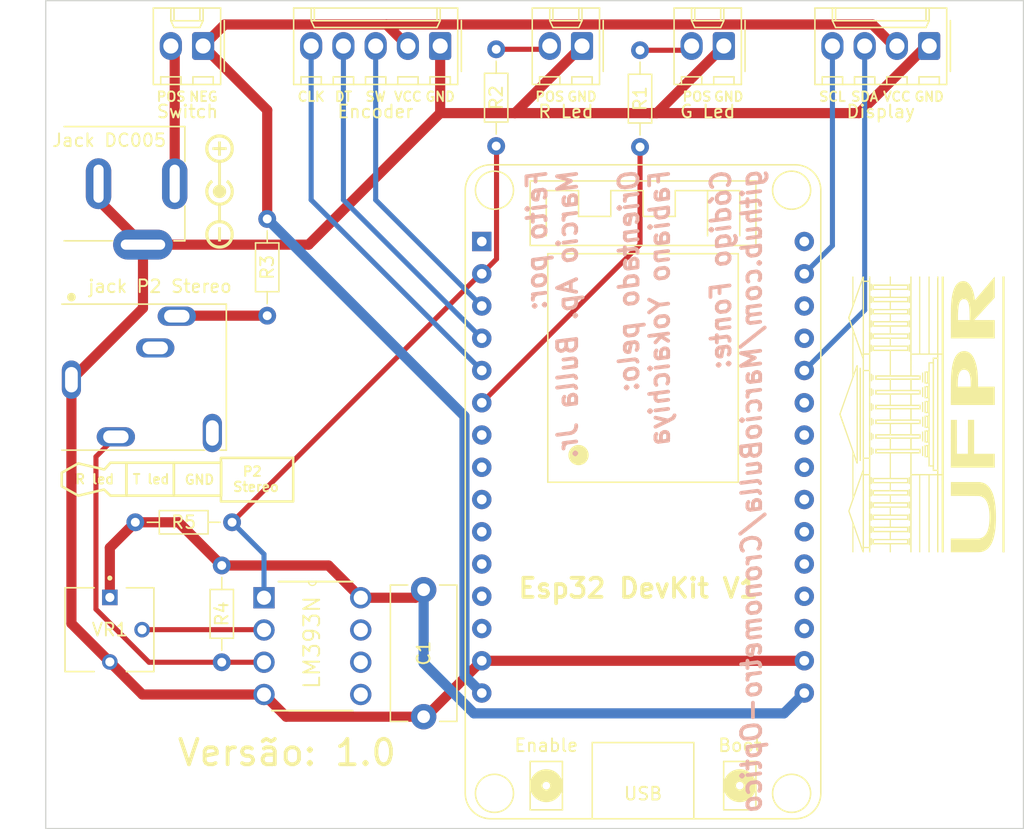
<source format=kicad_pcb>
(kicad_pcb (version 20211014) (generator pcbnew)
  (layers (0 "F.Cu" signal) (31 "B.Cu" signal) (34 "B.Paste" user) (35 "F.Paste" user) (36 "B.SilkS" user "B.Silkscreen") (37 "F.SilkS" user "F.Silkscreen") (38 "B.Mask" user) (39 "F.Mask" user) (44 "Edge.Cuts" user))
  (net 0 "")
  (net 1 "Net-(C1-Pad1)")
  (net 2 "GND")
  (net 3 "/SDA")
  (net 4 "/SCL")
  (net 5 "/SW")
  (net 6 "/DT")
  (net 7 "/CLK")
  (net 8 "/FUNC_LED")
  (net 9 "/PHOTODIODE")
  (net 10 "/D0")
  (net 19 "Net-(Esp32-Pad15)")
  (net 31 "Net-(LM393N_A1-Pad2)")
  (net 33 "Net-(Esp32-Pad6)")
  (net 34 "Net-(R2-Pad2)")
  (net 35 "Net-(Jack_5V1-Pad4)")
  (net 37 "Net-(R3-Pad2)")
  (footprint "MyFootprints:CUI_SJ1-3515N" (layer "F.Cu") (at 92.0228 97.8509)
    (fp_text reference "jack P2 Stereo" (at 6.9772 -7.3509) (layer "F.SilkS"))
    (fp_text value "SJ1-3515N" hide)
    (pad "1" thru_hole oval (at 0 0) (size 1.508 3.016) (drill oval 1 2) (layers *.Cu *.Mask) (net 2 "GND"))
    (pad "2" thru_hole oval (at 3.5 4.5) (size 3.016 1.508) (drill oval 2 1) (layers *.Cu *.Mask) (net 9 "/PHOTODIODE"))
    (pad "3" thru_hole oval (at 8.3 -5) (size 3.016 1.508) (drill oval 2 1) (layers *.Cu *.Mask) (net 37 "Net-(R3-Pad2)"))
    (pad "4" thru_hole oval (at 11.1 4.2) (size 1.508 3.016) (drill oval 1 2) (layers *.Cu *.Mask))
    (pad "5" thru_hole oval (at 6.6 -2.5) (size 3.016 1.508) (drill oval 2 1) (layers *.Cu *.Mask))
  )
  (footprint "MyFootprints:TRIM_3362P-1-103" (layer "F.Cu") (at 95.0482 117.5398 -90)
    (fp_text reference "VR1" (at 0 0 180) (layer "F.SilkS") (effects (font (size 1.002756 1.002756))))
    (fp_text value "3362P-1-103" hide)
    (pad "1" thru_hole rect (at -2.54 0 270) (size 1.222 1.222) (drill 0.714) (layers *.Cu *.Mask) (net 1 "Net-(C1-Pad1)"))
    (pad "2" thru_hole circle (at 0 -2.54 270) (size 1.222 1.222) (drill 0.714) (layers *.Cu *.Mask) (net 31 "Net-(LM393N_A1-Pad2)"))
    (pad "3" thru_hole circle (at 2.54 0 270) (size 1.222 1.222) (drill 0.714) (layers *.Cu *.Mask) (net 2 "GND"))
  )
  (footprint "MyFootprints:LM393N" (layer "F.Cu") (at 110.9613 119.5464)
    (fp_text reference "LM393N" (at 0 -1 90) (layer "F.SilkS") (effects (font (size 1.25 1.25))))
    (fp_text value "LM393N1" hide)
    (pad "1" thru_hole rect (at -3.7719 -4.5212) (size 1.6764 1.6764) (drill 1.1176) (layers *.Cu *.Mask) (net 10 "/D0"))
    (pad "2" thru_hole circle (at -3.7719 -1.9812) (size 1.6764 1.6764) (drill 1.1176) (layers *.Cu *.Mask) (net 31 "Net-(LM393N_A1-Pad2)"))
    (pad "3" thru_hole circle (at -3.7719 0.5588) (size 1.6764 1.6764) (drill 1.1176) (layers *.Cu *.Mask) (net 9 "/PHOTODIODE"))
    (pad "4" thru_hole circle (at -3.7719 3.0988) (size 1.6764 1.6764) (drill 1.1176) (layers *.Cu *.Mask) (net 2 "GND"))
    (pad "5" thru_hole circle (at 3.8481 3.0988) (size 1.6764 1.6764) (drill 1.1176) (layers *.Cu *.Mask))
    (pad "6" thru_hole circle (at 3.8481 0.5588) (size 1.6764 1.6764) (drill 1.1176) (layers *.Cu *.Mask))
    (pad "7" thru_hole circle (at 3.8481 -1.9812) (size 1.6764 1.6764) (drill 1.1176) (layers *.Cu *.Mask))
    (pad "8" thru_hole circle (at 3.8481 -4.5212) (size 1.6764 1.6764) (drill 1.1176) (layers *.Cu *.Mask) (net 1 "Net-(C1-Pad1)"))
  )
  (footprint "MountingHole:MountingHole_2.2mm_M2" (layer "F.Cu") (at 164 130)
    (fp_text reference "Furo Inferior2" hide)
    (fp_text value "MountingHole_2.2mm_M2" hide)
    (pad "" np_thru_hole circle (at 0 0) (size 2.2 2.2) (drill 2.2) (layers *.Cu *.Mask))
  )
  (footprint "Resistor_THT:R_Axial_DIN0204_L3.6mm_D1.6mm_P7.62mm_Horizontal" (layer "F.Cu") (at 104.6748 109.0816 180)
    (fp_text reference "R5" (at 3.81 0) (layer "F.SilkS"))
    (fp_text value "100" hide)
    (pad "1" thru_hole circle (at 0 0 180) (size 1.4 1.4) (drill 0.7) (layers *.Cu *.Mask) (net 10 "/D0"))
    (pad "2" thru_hole oval (at 7.62 0 180) (size 1.4 1.4) (drill 0.7) (layers *.Cu *.Mask) (net 1 "Net-(C1-Pad1)"))
  )
  (footprint "Connector_Molex:Molex_KK-254_AE-6410-02A_1x02_P2.54mm_Vertical" (layer "F.Cu") (at 143.404675 71.5724 180)
    (fp_text reference "G Led" (at 1.27 -5.1614 180) (layer "F.SilkS"))
    (fp_text value "Conn_01x02_Female" hide)
    (pad "1" thru_hole roundrect (at 0 0 180) (size 1.74 2.19) (drill 1.19) (layers *.Cu *.Mask) (roundrect_rratio 0.1436781609) (net 2 "GND"))
    (pad "2" thru_hole oval (at 2.54 0 180) (size 1.74 2.19) (drill 1.19) (layers *.Cu *.Mask) (net 8 "/FUNC_LED"))
  )
  (footprint "Connector_Molex:Molex_KK-254_AE-6410-04A_1x04_P2.54mm_Vertical" (layer "F.Cu") (at 159.5753 71.5724 180)
    (fp_text reference "Display" (at 3.81 -5.1614 180) (layer "F.SilkS"))
    (fp_text value "Conn_01x04_Female" hide)
    (pad "1" thru_hole roundrect (at 0 0 180) (size 1.74 2.19) (drill 1.19) (layers *.Cu *.Mask) (roundrect_rratio 0.1436781609) (net 2 "GND"))
    (pad "2" thru_hole oval (at 2.54 0 180) (size 1.74 2.19) (drill 1.19) (layers *.Cu *.Mask) (net 19 "Net-(Esp32-Pad15)"))
    (pad "3" thru_hole oval (at 5.08 0 180) (size 1.74 2.19) (drill 1.19) (layers *.Cu *.Mask) (net 3 "/SDA"))
    (pad "4" thru_hole oval (at 7.62 0 180) (size 1.74 2.19) (drill 1.19) (layers *.Cu *.Mask) (net 4 "/SCL"))
  )
  (footprint "MyFootprints:NINIGI_DC-005" (layer "F.Cu") (at 96.4478 82.4184)
    (fp_text reference "Jack DC005" (at -1.4478 -3.4184) (layer "F.SilkS"))
    (fp_text value "DC-005" hide)
    (pad "2" thru_hole oval (at 1.21 4.8) (size 4.7 2.35) (drill oval 3.5 0.8) (layers *.Cu *.Mask) (net 2 "GND"))
    (pad "3" thru_hole oval (at -2.29 0) (size 2 4) (drill oval 0.8 3) (layers *.Cu *.Mask) (net 2 "GND"))
    (pad "4" thru_hole oval (at 3.71 0) (size 2 4) (drill oval 0.8 3) (layers *.Cu *.Mask) (net 35 "Net-(Jack_5V1-Pad4)"))
  )
  (footprint "MountingHole:MountingHole_2.2mm_M2" (layer "F.Cu") (at 164 71)
    (fp_text reference "Furo Superior" hide)
    (fp_text value "MountingHole_2.2mm_M2" hide)
    (pad "" np_thru_hole circle (at 0 0) (size 2.2 2.2) (drill 2.2) (layers *.Cu *.Mask))
  )
  (footprint "Logo:UFPR" (layer "F.Cu") (at 158.74 100.84023 90)
    (fp_text reference "UFPR" hide)
    (fp_text value "UFPR" hide)
  )
  (footprint "ESP32_DevKit_V1_DOIT:esp32_devkit_v1_doit" (layer "F.Cu") (at 137.04 86.97)
    (fp_text reference "Esp32 DevKit V1" (at -0.381 27.305) (layer "F.SilkS") (effects (font (size 1.5 1.5) (thickness 0.3))))
    (fp_text value "ESP32_DevKit_V1_DOIT" hide)
    (fp_text user "USB" (at 0 43.49) (layer "F.SilkS"))
    (fp_text user "Enable" (at -7.62 39.68) (layer "F.SilkS"))
    (fp_text user "Boot" (at 7.62 39.68) (layer "F.SilkS"))
    (pad "1" thru_hole rect locked (at -12.7 0) (size 1.524 1.524) (drill 0.762) (layers *.Cu *.Mask))
    (pad "2" thru_hole circle locked (at -12.7 2.54) (size 1.524 1.524) (drill 0.762) (layers *.Cu *.Mask) (net 10 "/D0"))
    (pad "3" thru_hole circle locked (at -12.7 5.08) (size 1.524 1.524) (drill 0.762) (layers *.Cu *.Mask) (net 5 "/SW"))
    (pad "4" thru_hole circle locked (at -12.7 7.62) (size 1.524 1.524) (drill 0.762) (layers *.Cu *.Mask) (net 6 "/DT"))
    (pad "5" thru_hole circle locked (at -12.7 10.16) (size 1.524 1.524) (drill 0.762) (layers *.Cu *.Mask) (net 7 "/CLK"))
    (pad "6" thru_hole circle locked (at -12.7 12.7) (size 1.524 1.524) (drill 0.762) (layers *.Cu *.Mask) (net 33 "Net-(Esp32-Pad6)"))
    (pad "7" thru_hole circle locked (at -12.7 15.24) (size 1.524 1.524) (drill 0.762) (layers *.Cu *.Mask))
    (pad "8" thru_hole circle locked (at -12.7 17.78) (size 1.524 1.524) (drill 0.762) (layers *.Cu *.Mask))
    (pad "9" thru_hole circle locked (at -12.7 20.32) (size 1.524 1.524) (drill 0.762) (layers *.Cu *.Mask))
    (pad "10" thru_hole circle locked (at -12.7 22.86) (size 1.524 1.524) (drill 0.762) (layers *.Cu *.Mask))
    (pad "11" thru_hole circle locked (at -12.7 25.4) (size 1.524 1.524) (drill 0.762) (layers *.Cu *.Mask))
    (pad "12" thru_hole circle locked (at -12.7 27.94) (size 1.524 1.524) (drill 0.762) (layers *.Cu *.Mask))
    (pad "13" thru_hole circle locked (at -12.7 30.48) (size 1.524 1.524) (drill 0.762) (layers *.Cu *.Mask))
    (pad "14" thru_hole circle locked (at -12.7 33.02) (size 1.524 1.524) (drill 0.762) (layers *.Cu *.Mask) (net 2 "GND"))
    (pad "15" thru_hole circle locked (at -12.7 35.56) (size 1.524 1.524) (drill 0.762) (layers *.Cu *.Mask) (net 19 "Net-(Esp32-Pad15)"))
    (pad "16" thru_hole circle locked (at 12.7 35.56) (size 1.524 1.524) (drill 0.762) (layers *.Cu *.Mask) (net 1 "Net-(C1-Pad1)"))
    (pad "17" thru_hole circle locked (at 12.7 33.02) (size 1.524 1.524) (drill 0.762) (layers *.Cu *.Mask) (net 2 "GND"))
    (pad "18" thru_hole circle locked (at 12.7 30.48) (size 1.524 1.524) (drill 0.762) (layers *.Cu *.Mask))
    (pad "19" thru_hole circle locked (at 12.7 27.94) (size 1.524 1.524) (drill 0.762) (layers *.Cu *.Mask))
    (pad "20" thru_hole circle locked (at 12.7 25.4) (size 1.524 1.524) (drill 0.762) (layers *.Cu *.Mask))
    (pad "21" thru_hole circle locked (at 12.7 22.86) (size 1.524 1.524) (drill 0.762) (layers *.Cu *.Mask))
    (pad "22" thru_hole circle locked (at 12.7 20.32) (size 1.524 1.524) (drill 0.762) (layers *.Cu *.Mask))
    (pad "23" thru_hole circle locked (at 12.7 17.78) (size 1.524 1.524) (drill 0.762) (layers *.Cu *.Mask))
    (pad "24" thru_hole circle locked (at 12.7 15.24) (size 1.524 1.524) (drill 0.762) (layers *.Cu *.Mask))
    (pad "25" thru_hole circle locked (at 12.7 12.7) (size 1.524 1.524) (drill 0.762) (layers *.Cu *.Mask))
    (pad "26" thru_hole circle locked (at 12.7 10.16) (size 1.524 1.524) (drill 0.762) (layers *.Cu *.Mask) (net 3 "/SDA"))
    (pad "27" thru_hole circle locked (at 12.7 7.62) (size 1.524 1.524) (drill 0.762) (layers *.Cu *.Mask))
    (pad "28" thru_hole circle locked (at 12.7 5.08) (size 1.524 1.524) (drill 0.762) (layers *.Cu *.Mask))
    (pad "29" thru_hole circle locked (at 12.7 2.54) (size 1.524 1.524) (drill 0.762) (layers *.Cu *.Mask) (net 4 "/SCL"))
    (pad "30" thru_hole circle locked (at 12.7 0) (size 1.524 1.524) (drill 0.762) (layers *.Cu *.Mask))
  )
  (footprint "Resistor_THT:R_Axial_DIN0204_L3.6mm_D1.6mm_P7.62mm_Horizontal" (layer "F.Cu") (at 103.862 112.4852 -90)
    (fp_text reference "R4" (at 3.81 0 90) (layer "F.SilkS"))
    (fp_text value "10k" hide)
    (pad "1" thru_hole circle (at 0 0 270) (size 1.4 1.4) (drill 0.7) (layers *.Cu *.Mask) (net 1 "Net-(C1-Pad1)"))
    (pad "2" thru_hole oval (at 7.62 0 270) (size 1.4 1.4) (drill 0.7) (layers *.Cu *.Mask) (net 9 "/PHOTODIODE"))
  )
  (footprint "MountingHole:MountingHole_2.2mm_M2" (layer "F.Cu") (at 93 71)
    (fp_text reference "Furo Central" hide)
    (fp_text value "MountingHole_2.2mm_M2" hide)
    (pad "" np_thru_hole circle (at 0 0) (size 2.2 2.2) (drill 2.2) (layers *.Cu *.Mask))
  )
  (footprint "Resistor_THT:R_Axial_DIN0204_L3.6mm_D1.6mm_P7.62mm_Horizontal" (layer "F.Cu") (at 107.442 85.1916 -90)
    (fp_text reference "R3" (at 3.81 0 90) (layer "F.SilkS"))
    (fp_text value "100" hide)
    (pad "1" thru_hole circle (at 0 0 270) (size 1.4 1.4) (drill 0.7) (layers *.Cu *.Mask) (net 19 "Net-(Esp32-Pad15)"))
    (pad "2" thru_hole oval (at 7.62 0 270) (size 1.4 1.4) (drill 0.7) (layers *.Cu *.Mask) (net 37 "Net-(R3-Pad2)"))
  )
  (footprint "Connector_Molex:Molex_KK-254_AE-6410-02A_1x02_P2.54mm_Vertical" (layer "F.Cu") (at 132.23405 71.5724 180)
    (fp_text reference "R Led" (at 1.27 -5.1614 180) (layer "F.SilkS"))
    (fp_text value "Conn_01x02_Female" hide)
    (pad "1" thru_hole roundrect (at 0 0 180) (size 1.74 2.19) (drill 1.19) (layers *.Cu *.Mask) (roundrect_rratio 0.1436781609) (net 2 "GND"))
    (pad "2" thru_hole oval (at 2.54 0 180) (size 1.74 2.19) (drill 1.19) (layers *.Cu *.Mask) (net 34 "Net-(R2-Pad2)"))
  )
  (footprint "Connector_Molex:Molex_KK-254_AE-6410-05A_1x05_P2.54mm_Vertical" (layer "F.Cu") (at 121.063425 71.5724 180)
    (fp_text reference "Encoder" (at 5.100782 -5.1614 180) (layer "F.SilkS"))
    (fp_text value "Conn_01x05_Female" hide)
    (pad "1" thru_hole roundrect (at 0 0 180) (size 1.74 2.19) (drill 1.19) (layers *.Cu *.Mask) (roundrect_rratio 0.1436781609) (net 2 "GND"))
    (pad "2" thru_hole oval (at 2.54 0 180) (size 1.74 2.19) (drill 1.19) (layers *.Cu *.Mask) (net 19 "Net-(Esp32-Pad15)"))
    (pad "3" thru_hole oval (at 5.08 0 180) (size 1.74 2.19) (drill 1.19) (layers *.Cu *.Mask) (net 5 "/SW"))
    (pad "4" thru_hole oval (at 7.62 0 180) (size 1.74 2.19) (drill 1.19) (layers *.Cu *.Mask) (net 6 "/DT"))
    (pad "5" thru_hole oval (at 10.16 0 180) (size 1.74 2.19) (drill 1.19) (layers *.Cu *.Mask) (net 7 "/CLK"))
  )
  (footprint "Capacitor_THT:C_Disc_D10.5mm_W5.0mm_P10.00mm" (layer "F.Cu") (at 119.7624 114.394 -90)
    (fp_text reference "C1" (at 5 0 -90) (layer "F.SilkS"))
    (fp_text value "104k" hide)
    (pad "1" thru_hole circle (at 0 0 270) (size 2 2) (drill 1) (layers *.Cu *.Mask) (net 1 "Net-(C1-Pad1)"))
    (pad "2" thru_hole circle (at 10 0 270) (size 2 2) (drill 1) (layers *.Cu *.Mask) (net 2 "GND"))
  )
  (footprint "Resistor_THT:R_Axial_DIN0204_L3.6mm_D1.6mm_P7.62mm_Horizontal" (layer "F.Cu") (at 125.476 79.4512 90)
    (fp_text reference "R2" (at 3.81 0 90) (layer "F.SilkS"))
    (fp_text value "100" hide)
    (pad "1" thru_hole circle (at 0 0 90) (size 1.4 1.4) (drill 0.7) (layers *.Cu *.Mask) (net 10 "/D0"))
    (pad "2" thru_hole oval (at 7.62 0 90) (size 1.4 1.4) (drill 0.7) (layers *.Cu *.Mask) (net 34 "Net-(R2-Pad2)"))
  )
  (footprint "Resistor_THT:R_Axial_DIN0204_L3.6mm_D1.6mm_P7.62mm_Horizontal" (layer "F.Cu") (at 136.8044 79.5274 90)
    (fp_text reference "R1" (at 3.81 0 90) (layer "F.SilkS"))
    (fp_text value "100" hide)
    (pad "1" thru_hole circle (at 0 0 90) (size 1.4 1.4) (drill 0.7) (layers *.Cu *.Mask) (net 33 "Net-(Esp32-Pad6)"))
    (pad "2" thru_hole oval (at 7.62 0 90) (size 1.4 1.4) (drill 0.7) (layers *.Cu *.Mask) (net 8 "/FUNC_LED"))
  )
  (footprint "simbolos:Polarity_Center_Positive_9mm_SilkScreen" (layer "F.Cu") (at 103.6828 83.0326 90)
    (fp_text reference "polarity" hide)
    (fp_text value "Symbol" hide)
  )
  (footprint "MountingHole:MountingHole_2.2mm_M2" (layer "F.Cu") (at 94 130)
    (fp_text reference "Furo Inferior1" hide)
    (fp_text value "MountingHole_2.2mm_M2" hide)
    (pad "" np_thru_hole circle (at 0 0) (size 2.2 2.2) (drill 2.2) (layers *.Cu *.Mask))
  )
  (footprint "Connector_Molex:Molex_KK-254_AE-6410-02A_1x02_P2.54mm_Vertical" (layer "F.Cu") (at 102.3928 71.5724 180)
    (fp_text reference "Switch" (at 1.23 -5.1614 180) (layer "F.SilkS"))
    (fp_text value "Conn_01x02_Female" hide)
    (pad "1" thru_hole roundrect (at 0 0 180) (size 1.74 2.19) (drill 1.19) (layers *.Cu *.Mask) (roundrect_rratio 0.1436781609) (net 19 "Net-(Esp32-Pad15)"))
    (pad "2" thru_hole oval (at 2.54 0 180) (size 1.74 2.19) (drill 1.19) (layers *.Cu *.Mask) (net 35 "Net-(Jack_5V1-Pad4)"))
  )
  (footprint "simbolos:P2_3poles" (layer "F.Cu") (at 100.203 105.8164)
    (fp_text reference "P2 3poles" hide)
    (fp_text value "LOGO" hide)
  )
  (gr_rect (start 90 68) (end 167 133.2074) (layer "Edge.Cuts") (width 0.1) (fill none))
  (gr_text "Feito por: \nMarcio Ap. Bulla Jr.\n\nOrientado pelo:\nFabiano Yokaichiya\n\nCódigo Fonte: \ngithub.com/MarcioBulla/Cronometro-Optico\n" (at 137.1346 81.1022 90) (layer "B.SilkS") (effects (font (size 1.5 1.5) (thickness 0.3) italic) (justify left mirror)))
  (gr_text "GND" (at 159.5753 75.565) (layer "F.SilkS") (effects (font (size 0.75 0.75))))
  (gr_text "Versão: 1.0" (at 108.9914 127.2286) (layer "F.SilkS") (effects (font (size 2 2) (thickness 0.3))))
  (gr_text "P2 \nStereo" (at 106.553 105.6894) (layer "F.SilkS") (effects (font (size 0.75 0.75))))
  (gr_text "T led" (at 98.298 105.6894) (layer "F.SilkS") (effects (font (size 0.75 0.75))))
  (gr_text "POS" (at 141.286332 75.565) (layer "F.SilkS") (effects (font (size 0.75 0.75))))
  (gr_text "GND" (at 132.23405 75.565) (layer "F.SilkS") (effects (font (size 0.75 0.75))))
  (gr_text "POS" (at 129.69405 75.565) (layer "F.SilkS") (effects (font (size 0.75 0.75))))
  (gr_text "GND" (at 143.786332 75.565) (layer "F.SilkS") (effects (font (size 0.75 0.75))))
  (gr_text "DT" (at 113.443425 75.565) (layer "F.SilkS") (effects (font (size 0.75 0.75))))
  (gr_text "VCC" (at 157.0353 75.565) (layer "F.SilkS") (effects (font (size 0.75 0.75))))
  (gr_text "NEG\n" (at 102.4128 75.565) (layer "F.SilkS") (effects (font (size 0.75 0.75))))
  (gr_text "R led" (at 93.853 105.6894) (layer "F.SilkS") (effects (font (size 0.75 0.75))))
  (gr_text "VCC" (at 118.523425 75.565) (layer "F.SilkS") (effects (font (size 0.75 0.75))))
  (gr_text "GND" (at 102.108 105.7275) (layer "F.SilkS") (effects (font (size 0.75 0.75))))
  (gr_text "POS" (at 99.8728 75.565) (layer "F.SilkS") (effects (font (size 0.75 0.75))))
  (gr_text "SDA" (at 154.4953 75.565) (layer "F.SilkS") (effects (font (size 0.75 0.75))))
  (gr_text "CLK" (at 110.903425 75.565) (layer "F.SilkS") (effects (font (size 0.75 0.75))))
  (gr_text "SCL" (at 151.9553 75.565) (layer "F.SilkS") (effects (font (size 0.75 0.75))))
  (gr_text "SW\n" (at 115.983425 75.565) (layer "F.SilkS") (effects (font (size 0.75 0.75))))
  (gr_text "GND" (at 121.063425 75.565) (layer "F.SilkS") (effects (font (size 0.75 0.75))))
  (segment (start 112.2694 112.4852) (end 103.862 112.4852) (width 0.8) (layer "F.Cu") (net 1))
  (segment (start 97.0548 109.0816) (end 100.4584 109.0816) (width 0.8) (layer "F.Cu") (net 1))
  (segment (start 95.0482 114.9998) (end 95.0482 111.0882) (width 0.8) (layer "F.Cu") (net 1))
  (segment (start 95.0482 111.0882) (end 97.0548 109.0816) (width 0.8) (layer "F.Cu") (net 1))
  (segment (start 100.4584 109.0816) (end 103.862 112.4852) (width 0.8) (layer "F.Cu") (net 1))
  (segment (start 119.1312 115.0252) (end 119.7624 114.394) (width 0.8) (layer "F.Cu") (net 1))
  (segment (start 114.8094 115.0252) (end 119.1312 115.0252) (width 0.8) (layer "F.Cu") (net 1))
  (segment (start 114.8094 115.0252) (end 112.2694 112.4852) (width 0.8) (layer "F.Cu") (net 1))
  (segment (start 149.74 122.53) (end 148.1402 124.1298) (width 0.8) (layer "B.Cu") (net 1))
  (segment (start 123.7234 124.1298) (end 119.7624 120.1688) (width 0.8) (layer "B.Cu") (net 1))
  (segment (start 148.1402 124.1298) (end 123.7234 124.1298) (width 0.8) (layer "B.Cu") (net 1))
  (segment (start 119.7624 120.1688) (end 119.7624 114.394) (width 0.8) (layer "B.Cu") (net 1))
  (segment (start 121.063425 76.857875) (end 110.7029 87.2184) (width 0.8) (layer "F.Cu") (net 2))
  (segment (start 138.1192 76.857875) (end 143.404675 71.5724) (width 0.8) (layer "F.Cu") (net 2))
  (segment (start 119.936 124.394) (end 124.34 119.99) (width 0.8) (layer "F.Cu") (net 2))
  (segment (start 159.339194 71.5724) (end 159.5753 71.5724) (width 0.8) (layer "F.Cu") (net 2))
  (segment (start 97.6578 92.2159) (end 92.0228 97.8509) (width 0.8) (layer "F.Cu") (net 2))
  (segment (start 121.063425 76.857875) (end 126.948575 76.857875) (width 0.8) (layer "F.Cu") (net 2))
  (segment (start 92.0228 117.0544) (end 95.0482 120.0798) (width 0.8) (layer "F.Cu") (net 2))
  (segment (start 124.34 119.99) (end 149.74 119.99) (width 0.8) (layer "F.Cu") (net 2))
  (segment (start 95.0482 120.0798) (end 97.6136 122.6452) (width 0.8) (layer "F.Cu") (net 2))
  (segment (start 154.053719 76.857875) (end 159.339194 71.5724) (width 0.8) (layer "F.Cu") (net 2))
  (segment (start 126.948575 76.857875) (end 132.23405 71.5724) (width 0.8) (layer "F.Cu") (net 2))
  (segment (start 137.563875 76.857875) (end 154.053719 76.857875) (width 0.8) (layer "F.Cu") (net 2))
  (segment (start 94.1578 82.4184) (end 94.1578 83.7184) (width 0.8) (layer "F.Cu") (net 2))
  (segment (start 92.0228 97.8509) (end 92.0228 117.0544) (width 0.8) (layer "F.Cu") (net 2))
  (segment (start 119.7624 124.394) (end 119.936 124.394) (width 0.8) (layer "F.Cu") (net 2))
  (segment (start 137.563875 76.857875) (end 138.1192 76.857875) (width 0.8) (layer "F.Cu") (net 2))
  (segment (start 97.6136 122.6452) (end 107.1894 122.6452) (width 0.8) (layer "F.Cu") (net 2))
  (segment (start 108.9382 124.394) (end 107.1894 122.6452) (width 0.8) (layer "F.Cu") (net 2))
  (segment (start 94.1578 83.7184) (end 97.6578 87.2184) (width 0.8) (layer "F.Cu") (net 2))
  (segment (start 121.063425 71.5724) (end 121.063425 76.857875) (width 0.8) (layer "F.Cu") (net 2))
  (segment (start 119.7624 124.394) (end 108.9382 124.394) (width 0.8) (layer "F.Cu") (net 2))
  (segment (start 97.6578 87.2184) (end 97.6578 92.2159) (width 0.8) (layer "F.Cu") (net 2))
  (segment (start 126.948575 76.857875) (end 137.563875 76.857875) (width 0.8) (layer "F.Cu") (net 2))
  (segment (start 110.7029 87.2184) (end 97.6578 87.2184) (width 0.8) (layer "F.Cu") (net 2))
  (segment (start 154.4953 71.5724) (end 154.4953 92.3747) (width 0.4) (layer "B.Cu") (net 3))
  (segment (start 154.4953 92.3747) (end 149.74 97.13) (width 0.4) (layer "B.Cu") (net 3))
  (segment (start 151.9553 71.5724) (end 151.9553 87.2947) (width 0.4) (layer "B.Cu") (net 4))
  (segment (start 151.9553 87.2947) (end 149.74 89.51) (width 0.4) (layer "B.Cu") (net 4))
  (segment (start 115.983425 71.5724) (end 115.983425 83.693425) (width 0.4) (layer "B.Cu") (net 5))
  (segment (start 115.983425 83.693425) (end 124.34 92.05) (width 0.4) (layer "B.Cu") (net 5))
  (segment (start 113.443425 71.5724) (end 113.443425 83.693425) (width 0.4) (layer "B.Cu") (net 6))
  (segment (start 113.443425 83.693425) (end 124.34 94.59) (width 0.4) (layer "B.Cu") (net 6))
  (segment (start 110.903425 83.693425) (end 124.34 97.13) (width 0.4) (layer "B.Cu") (net 7))
  (segment (start 110.903425 71.5724) (end 110.903425 83.693425) (width 0.4) (layer "B.Cu") (net 7))
  (segment (start 136.8044 71.9074) (end 140.529675 71.9074) (width 0.4) (layer "F.Cu") (net 8))
  (segment (start 140.529675 71.9074) (end 140.864675 71.5724) (width 0.25) (layer "F.Cu") (net 8))
  (segment (start 140.569675 71.9074) (end 140.904675 71.5724) (width 0.25) (layer "F.Cu") (net 8))
  (segment (start 93.9546 115.9282) (end 93.9546 103.9191) (width 0.4) (layer "F.Cu") (net 9))
  (segment (start 107.1894 120.1052) (end 103.862 120.1052) (width 0.4) (layer "F.Cu") (net 9))
  (segment (start 98.1316 120.1052) (end 93.9546 115.9282) (width 0.4) (layer "F.Cu") (net 9))
  (segment (start 103.862 120.1052) (end 98.1316 120.1052) (width 0.4) (layer "F.Cu") (net 9))
  (segment (start 93.9546 103.9191) (end 95.5228 102.3509) (width 0.4) (layer "F.Cu") (net 9))
  (segment (start 104.6748 109.0816) (end 124.2464 89.51) (width 0.4) (layer "F.Cu") (net 10))
  (segment (start 124.2464 89.51) (end 124.34 89.51) (width 0.25) (layer "F.Cu") (net 10))
  (segment (start 125.502 88.348) (end 125.502 79.4772) (width 0.4) (layer "F.Cu") (net 10))
  (segment (start 124.34 89.51) (end 125.502 88.348) (width 0.4) (layer "F.Cu") (net 10))
  (segment (start 125.502 79.4772) (end 125.476 79.4512) (width 0.4) (layer "F.Cu") (net 10))
  (segment (start 107.1894 115.0252) (end 107.1894 111.5962) (width 0.4) (layer "B.Cu") (net 10))
  (segment (start 107.1894 111.5962) (end 104.6748 109.0816) (width 0.4) (layer "B.Cu") (net 10))
  (segment (start 156.799194 71.5724) (end 157.0353 71.5724) (width 0.8) (layer "F.Cu") (net 19))
  (segment (start 116.828425 69.8774) (end 118.523425 71.5724) (width 0.8) (layer "F.Cu") (net 19))
  (segment (start 104.0878 69.8774) (end 116.828425 69.8774) (width 0.8) (layer "F.Cu") (net 19))
  (segment (start 107.442 76.6216) (end 102.3928 71.5724) (width 0.8) (layer "F.Cu") (net 19))
  (segment (start 107.442 85.1916) (end 107.442 76.6216) (width 0.8) (layer "F.Cu") (net 19))
  (segment (start 102.3928 71.5724) (end 104.0878 69.8774) (width 0.8) (layer "F.Cu") (net 19))
  (segment (start 155.104194 69.8774) (end 156.799194 71.5724) (width 0.8) (layer "F.Cu") (net 19))
  (segment (start 116.828425 69.8774) (end 155.104194 69.8774) (width 0.8) (layer "F.Cu") (net 19))
  (segment (start 107.442 85.1916) (end 122.978 100.7276) (width 0.8) (layer "B.Cu") (net 19))
  (segment (start 122.978 121.168) (end 124.34 122.53) (width 0.8) (layer "B.Cu") (net 19))
  (segment (start 122.978 100.7276) (end 122.978 121.168) (width 0.8) (layer "B.Cu") (net 19))
  (segment (start 97.5882 117.5398) (end 107.164 117.5398) (width 0.4) (layer "F.Cu") (net 31))
  (segment (start 107.164 117.5398) (end 107.1894 117.5652) (width 0.25) (layer "F.Cu") (net 31))
  (segment (start 136.8044 87.2056) (end 124.34 99.67) (width 0.4) (layer "F.Cu") (net 33))
  (segment (start 136.8044 79.5274) (end 136.8044 87.2056) (width 0.4) (layer "F.Cu") (net 33))
  (segment (start 129.47525 71.8312) (end 129.73405 71.5724) (width 0.25) (layer "F.Cu") (net 34))
  (segment (start 129.43525 71.8312) (end 129.69405 71.5724) (width 0.25) (layer "F.Cu") (net 34))
  (segment (start 125.476 71.8312) (end 129.43525 71.8312) (width 0.4) (layer "F.Cu") (net 34))
  (segment (start 100.1578 71.8774) (end 99.8528 71.5724) (width 0.25) (layer "F.Cu") (net 35))
  (segment (start 100.1578 71.8374) (end 99.8928 71.5724) (width 0.25) (layer "F.Cu") (net 35))
  (segment (start 100.1578 82.4184) (end 100.1578 71.8774) (width 0.8) (layer "F.Cu") (net 35))
  (segment (start 100.3621 92.8116) (end 100.3228 92.8509) (width 0.8) (layer "F.Cu") (net 37))
  (segment (start 107.442 92.8116) (end 100.3621 92.8116) (width 0.8) (layer "F.Cu") (net 37))
)
</source>
